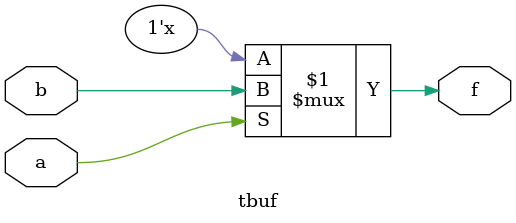
<source format=sv>


module tbuf(a, b, f);
  input a, b;
  output f;
  wire a, b;
  wire f;
  bufif1 fc_g1 (f, b, a);
endmodule
</source>
